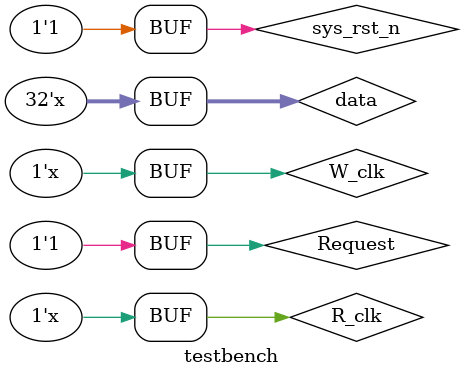
<source format=v>
module testbench();

parameter DATA_WIDTH = 32;
parameter ADDR_WIDTH = 32;
parameter MAIN_FRE   = 100; //unit MHz
reg                   W_clk       = 0;
reg                   R_clk       = 0;
reg                   sys_rst_n = 0;
reg [DATA_WIDTH-1:0]  data = 0;
reg   Request = 0;
always begin
    #(500/10) W_clk = ~W_clk;
end
always begin
    #(500/100) R_clk = ~R_clk;
end
always begin
    #50 sys_rst_n = 1;
	#50 Request = 1;
end

always begin
    if (Request) begin
        #(500/5) data = data + 1;#10;
    end
    else begin     
        #(500/5) data = 0;#10;
    end
end

// FIFO_RAM Outputs
wire  [DATA_WIDTH-1:0]  rd_data;
wire  data_vaild;
wire  data_tlast;

FIFO_RAM #(
    .RAM_DEEP         ( 32 ),
    .DATA_WIDTH       ( DATA_WIDTH   ))
 u_FIFO_RAM (
    .wr_clk                  ( W_clk       ),
    .wr_data                 ( data      ),
    .rd_clk                  ( R_clk       ),
    .rst_n                   ( sys_rst_n    ),
    .Request                 ( Request      ),

    .rd_data                 ( rd_data      ),
    .data_vaild              ( data_vaild   ),
    .data_tlast              ( data_tlast   )
);

endmodule  //TOP
</source>
